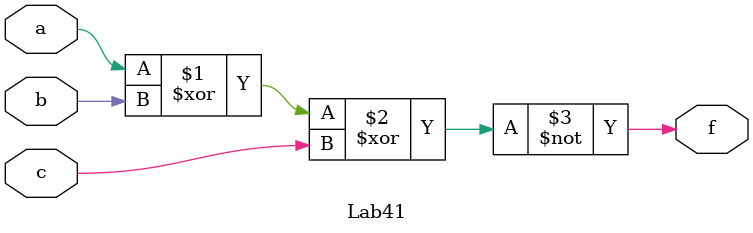
<source format=v>
`timescale 1ns / 1ps
module Lab41(a,b,c,f );
output f ;
input a,b,c;
xnor F(f,a,b,c);


endmodule

</source>
